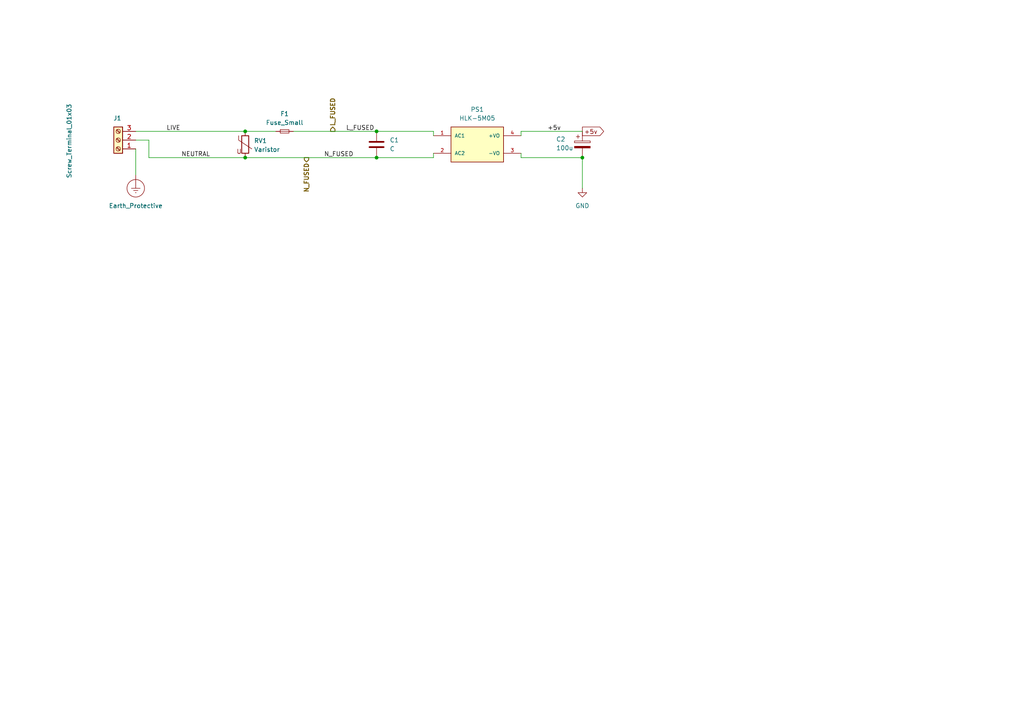
<source format=kicad_sch>
(kicad_sch (version 20250114) (generator "eeschema") (generator_version "9.0")
  (paper "A4")
  (lib_symbols
    (symbol "Connector:Screw_Terminal_01x03" (pin_names (offset 1.016) (hide yes))
      (property "Reference" "J" (at 0 5.08 0))
      (property "Value" "Screw_Terminal_01x03" (at 0 -5.08 0))
      (symbol "Screw_Terminal_01x03_1_1"
        (rectangle (start -1.27 3.81) (end 1.27 -3.81) (stroke (width 0.254)) (fill (type background)))
        (polyline (pts (xy -0.5334 2.8702) (xy 0.3302 2.032)) (stroke (width 0.1524)))
        (polyline (pts (xy -0.5334 0.3302) (xy 0.3302 -0.508)) (stroke (width 0.1524)))
        (polyline (pts (xy -0.5334 -2.2098) (xy 0.3302 -3.048)) (stroke (width 0.1524)))
        (polyline (pts (xy -0.3556 3.048) (xy 0.508 2.2098)) (stroke (width 0.1524)))
        (polyline (pts (xy -0.3556 0.508) (xy 0.508 -0.3302)) (stroke (width 0.1524)))
        (polyline (pts (xy -0.3556 -2.032) (xy 0.508 -2.8702)) (stroke (width 0.1524)))
        (circle (center 0 2.54) (radius 0.635) (stroke (width 0.1524)))
        (circle (center 0 0) (radius 0.635) (stroke (width 0.1524)))
        (circle (center 0 -2.54) (radius 0.635) (stroke (width 0.1524)))
        (pin passive line (at -5.08 2.54 0) (length 3.81) (name "Pin_1") (number "1"))
        (pin passive line (at -5.08 0 0) (length 3.81) (name "Pin_2") (number "2"))
        (pin passive line (at -5.08 -2.54 0) (length 3.81) (name "Pin_3") (number "3"))
      )
    )
    (symbol "Device:C" (pin_numbers (hide yes)) (pin_names (offset 0.254))
      (property "Reference" "C" (at 0.635 2.54 0))
      (property "Value" "C" (at 0.635 -2.54 0))
      (symbol "C_0_1"
        (polyline (pts (xy -2.032 0.762) (xy 2.032 0.762)) (stroke (width 0.508)))
        (polyline (pts (xy -2.032 -0.762) (xy 2.032 -0.762)) (stroke (width 0.508)))
      )
      (symbol "C_1_1"
        (pin passive line (at 0 3.81 270) (length 2.794) (name "~") (number "1"))
        (pin passive line (at 0 -3.81 90) (length 2.794) (name "~") (number "2"))
      )
    )
    (symbol "Device:C_Polarized" (pin_numbers (hide yes)) (pin_names (offset 0.254))
      (property "Reference" "C" (at 0.635 2.54 0))
      (property "Value" "C_Polarized" (at 0.635 -2.54 0))
      (symbol "C_Polarized_0_1"
        (rectangle (start -2.286 0.508) (end 2.286 1.016))
        (polyline (pts (xy -1.778 2.286) (xy -0.762 2.286)))
        (polyline (pts (xy -1.27 2.794) (xy -1.27 1.778)))
        (rectangle (start 2.286 -0.508) (end -2.286 -1.016) (fill (type outline)))
      )
      (symbol "C_Polarized_1_1"
        (pin passive line (at 0 3.81 270) (length 2.794) (name "~") (number "1"))
        (pin passive line (at 0 -3.81 90) (length 2.794) (name "~") (number "2"))
      )
    )
    (symbol "Device:Fuse_Small" (pin_numbers (hide yes)) (pin_names (offset 0.254) (hide yes))
      (property "Reference" "F" (at 0 -1.524 0))
      (property "Value" "Fuse_Small" (at 0 1.524 0))
      (symbol "Fuse_Small_0_1"
        (rectangle (start -1.27 0.508) (end 1.27 -0.508))
        (polyline (pts (xy -1.27 0) (xy 1.27 0)))
      )
      (symbol "Fuse_Small_1_1"
        (pin passive line (at -2.54 0 0) (length 1.27) (name "~") (number "1"))
        (pin passive line (at 2.54 0 180) (length 1.27) (name "~") (number "2"))
      )
    )
    (symbol "Device:Varistor" (pin_numbers (hide yes)) (pin_names (offset 0))
      (property "Reference" "RV" (at 3.175 0 90))
      (property "Value" "Varistor" (at -3.175 0 90))
      (symbol "Varistor_0_0"
        (text "U" (at -1.778 -2.032 0) (effects (font (size 1.27 1.27))))
      )
      (symbol "Varistor_0_1"
        (polyline (pts (xy -1.905 2.54) (xy -1.905 1.27) (xy 1.905 -1.27)))
        (rectangle (start -1.016 -2.54) (end 1.016 2.54) (stroke (width 0.254)))
      )
      (symbol "Varistor_1_1"
        (pin passive line (at 0 3.81 270) (length 1.27) (name "~") (number "1"))
        (pin passive line (at 0 -3.81 90) (length 1.27) (name "~") (number "2"))
      )
    )
    (symbol "HLK-5M05:HLK-5M05" (pin_names (offset 1.016))
      (property "Reference" "PS" (at -7.62 6.35 0))
      (property "Value" "HLK-5M05" (at -7.62 -7.62 0))
      (symbol "HLK-5M05_0_0"
        (rectangle (start -7.62 -5.08) (end 7.62 5.08) (stroke (width 0.2)) (fill (type background)))
        (pin input line (at -12.7 2.54 0) (length 5.08) (name "AC1") (number "1"))
        (pin input line (at -12.7 -2.54 0) (length 5.08) (name "AC2") (number "2"))
        (pin output line (at 12.7 2.54 180) (length 5.08) (name "+VO") (number "4"))
        (pin output line (at 12.7 -2.54 180) (length 5.08) (name "-VO") (number "3"))
      )
    )
    (symbol "power:Earth_Protective" (power) (pin_numbers (hide yes)) (pin_names (offset 0) (hide yes))
      (property "Value" "Earth_Protective" (at 0 -7.62 0))
      (symbol "Earth_Protective_0_1"
        (polyline (pts (xy -0.635 -4.445) (xy 0.635 -4.445)))
        (polyline (pts (xy -0.127 -5.08) (xy 0.127 -5.08)))
        (polyline (pts (xy 0 -3.81) (xy 0 0)))
        (circle (center 0 -3.81) (radius 2.54))
        (polyline (pts (xy 1.27 -3.81) (xy -1.27 -3.81)))
      )
      (symbol "Earth_Protective_1_1"
        (pin power_in line (at 0 0 270) (length 0) (name "~") (number "1"))
      )
    )
    (symbol "power:GND" (power) (pin_numbers (hide yes)) (pin_names (offset 0) (hide yes))
      (property "Value" "GND" (at 0 -3.81 0))
      (symbol "GND_0_1"
        (polyline (pts (xy 0 0) (xy 0 -1.27) (xy 1.27 -1.27) (xy 0 -2.54) (xy -1.27 -1.27) (xy 0 -1.27)))
      )
      (symbol "GND_1_1"
        (pin power_in line (at 0 0 270) (length 0) (name "~") (number "1"))
      )
    )
  )
  (junction (at 71.12 38.1))
  (junction (at 109.22 38.1))
  (junction (at 168.91 45.72))
  (junction (at 71.12 45.72))
  (junction (at 109.22 45.72))
  (wire (pts (xy 151.13 38.1) (xy 168.91 38.1)))
  (wire (pts (xy 109.22 38.1) (xy 125.73 38.1)))
  (wire (pts (xy 39.37 40.64) (xy 43.18 40.64)))
  (wire (pts (xy 168.91 45.72) (xy 168.91 54.61)))
  (wire (pts (xy 39.37 43.18) (xy 39.37 50.8)))
  (wire (pts (xy 71.12 38.1) (xy 80.01 38.1)))
  (wire (pts (xy 151.13 45.72) (xy 151.13 44.45)))
  (wire (pts (xy 125.73 45.72) (xy 125.73 44.45)))
  (wire (pts (xy 71.12 45.72) (xy 109.22 45.72)))
  (wire (pts (xy 151.13 38.1) (xy 151.13 39.37)))
  (wire (pts (xy 43.18 40.64) (xy 43.18 45.72)))
  (wire (pts (xy 125.73 38.1) (xy 125.73 39.37)))
  (wire (pts (xy 43.18 45.72) (xy 71.12 45.72)))
  (wire (pts (xy 109.22 45.72) (xy 125.73 45.72)))
  (wire (pts (xy 39.37 38.1) (xy 71.12 38.1)))
  (wire (pts (xy 85.09 38.1) (xy 109.22 38.1)))
  (wire (pts (xy 168.91 45.72) (xy 151.13 45.72)))
  (label "N_FUSED" (at 93.98 45.72 0))
  (label "+5v" (at 158.75 38.1 0))
  (label "NEUTRAL" (at 60.96 45.72 180))
  (label "LIVE" (at 48.26 38.1 0))
  (label "L_FUSED" (at 100.33 38.1 0))
  (global_label "+5v" (shape output) (at 168.91 38.1 0) (property "Intersheetrefs" "${INTERSHEET_REFS}" (effects (hide yes))))
  (hierarchical_label "N_FUSED" (shape output) (at 88.9 45.72 270) (effects (font (thickness 0.254) (bold yes))))
  (hierarchical_label "L_FUSED" (shape output) (at 96.52 38.1 90) (effects (font (thickness 0.254) (bold yes))))
  (symbol (lib_id "Device:Fuse_Small") (at 82.55 38.1 0) (unit 1)
    (property "Reference" "F1" (at 82.55 33.02 0))
    (property "Value" "Fuse_Small" (at 82.55 35.56 0))
    (property "Footprint" "Fuse:Fuseholder_Clip-5x20mm_Littelfuse_111_Inline_P20.00x5.00mm_D1.05mm_Horizontal" (effects (hide yes)))
    (property "Description" "Fuse, small symbol" (effects (hide yes)))
  )
  (symbol (lib_id "Device:Varistor") (at 71.12 41.91 0) (unit 1)
    (property "Reference" "RV1" (at 73.66 40.8332 0) (effects (justify left)))
    (property "Value" "Varistor" (at 73.66 43.3732 0) (effects (justify left)))
    (property "Footprint" "Varistor:RV_Disc_D15.5mm_W4.9mm_P7.5mm" (effects (hide yes)))
    (property "Description" "Voltage dependent resistor" (effects (hide yes)))
    (property "Sim.Name" "kicad_builtin_varistor" (effects (hide yes)))
    (property "Sim.Device" "SUBCKT" (effects (hide yes)))
    (property "Sim.Pins" "1=A 2=B" (effects (hide yes)))
    (property "Sim.Params" "threshold=1k" (effects (hide yes)))
    (property "Sim.Library" "${KICAD9_SYMBOL_DIR}/Simulation_SPICE.sp" (effects (hide yes)))
  )
  (symbol (lib_id "power:GND") (at 168.91 54.61 0) (unit 1)
    (property "Reference" "#PWR02" (effects (hide yes)))
    (property "Value" "GND" (at 168.91 59.69 0))
    (property "Description" "Power symbol creates a global label with name \"GND\" , ground" (effects (hide yes)))
  )
  (symbol (lib_id "Device:C_Polarized") (at 168.91 41.91 0) (unit 1)
    (property "Reference" "C2" (at 161.29 40.386 0) (effects (justify left)))
    (property "Value" "100u" (at 161.29 42.926 0) (effects (justify left)))
    (property "Footprint" "Capacitor_SMD:CP_Elec_6.3x5.9" (effects (hide yes)))
    (property "Description" "Polarized capacitor" (effects (hide yes)))
  )
  (symbol (lib_id "Device:C") (at 109.22 41.91 0) (unit 1)
    (property "Reference" "C1" (at 113.03 40.6399 0) (effects (justify left)))
    (property "Value" "C" (at 113.03 43.1799 0) (effects (justify left)))
    (property "Footprint" "Capacitor_THT:C_Rect_L18.0mm_W5.0mm_P15.00mm_FKS3_FKP3" (effects (hide yes)))
    (property "Description" "Unpolarized capacitor" (effects (hide yes)))
  )
  (symbol (lib_id "power:Earth_Protective") (at 39.37 50.8 0) (mirror y) (unit 1)
    (property "Reference" "#PWR01" (effects (hide yes)))
    (property "Value" "Earth_Protective" (at 39.37 59.69 0))
    (property "Description" "Power symbol creates a global label with name \"Earth_Protective\"" (effects (hide yes)))
  )
  (symbol (lib_id "HLK-5M05:HLK-5M05") (at 138.43 41.91 0) (unit 1)
    (property "Reference" "PS1" (at 138.43 31.75 0))
    (property "Value" "HLK-5M05" (at 138.43 34.29 0))
    (property "Footprint" "HLK-5M05:CONV_HLK-5M05" (effects (hide yes)))
    (property "MF" "Hi-link" (effects (hide yes)))
    (property "Package" "Package" (effects (hide yes)))
    (property "Price" "None" (effects (hide yes)))
    (property "Check_prices" "https://www.snapeda.com/parts/HLK-5M05/Hi-link/view-part/?ref=eda" (effects (hide yes)))
    (property "STANDARD" "Manufacturer Recommendations" (effects (hide yes)))
    (property "PARTREV" "N/A" (effects (hide yes)))
    (property "SnapEDA_Link" "https://www.snapeda.com/parts/HLK-5M05/Hi-link/view-part/?ref=snap" (effects (hide yes)))
    (property "MP" "HLK-5M05" (effects (hide yes)))
    (property "Availability" "Not in stock" (effects (hide yes)))
    (property "MANUFACTURER" "HI-LINK" (effects (hide yes)))
  )
  (symbol (lib_id "Connector:Screw_Terminal_01x03") (at 34.29 40.64 180) (unit 1)
    (property "Reference" "J1" (at 34.036 34.29 0))
    (property "Value" "Screw_Terminal_01x03" (at 20.066 40.894 90))
    (property "Description" "Generic screw terminal, single row, 01x03, script generated (kicad-library-utils/schlib/autogen/connector/)" (effects (hide yes)))
  )
)
</source>
